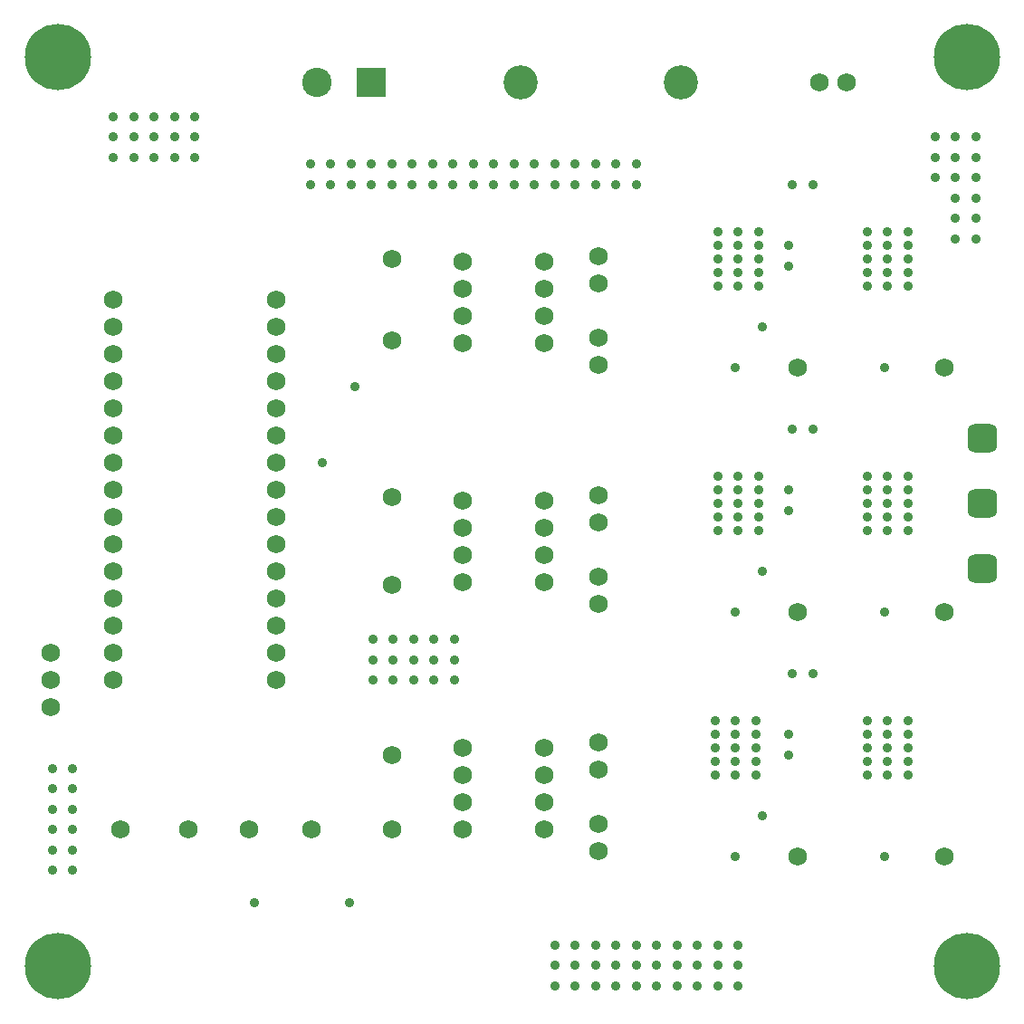
<source format=gbs>
G04*
G04 #@! TF.GenerationSoftware,Altium Limited,Altium Designer,21.0.8 (223)*
G04*
G04 Layer_Color=16711935*
%FSLAX25Y25*%
%MOIN*%
G70*
G04*
G04 #@! TF.SameCoordinates,9A741BFF-CE4B-45F5-BAAB-659130A2A11A*
G04*
G04*
G04 #@! TF.FilePolarity,Negative*
G04*
G01*
G75*
%ADD26C,0.06800*%
G04:AMPARAMS|DCode=27|XSize=108mil|YSize=108mil|CornerRadius=29mil|HoleSize=0mil|Usage=FLASHONLY|Rotation=0.000|XOffset=0mil|YOffset=0mil|HoleType=Round|Shape=RoundedRectangle|*
%AMROUNDEDRECTD27*
21,1,0.10800,0.05000,0,0,0.0*
21,1,0.05000,0.10800,0,0,0.0*
1,1,0.05800,0.02500,-0.02500*
1,1,0.05800,-0.02500,-0.02500*
1,1,0.05800,-0.02500,0.02500*
1,1,0.05800,0.02500,0.02500*
%
%ADD27ROUNDEDRECTD27*%
%ADD28C,0.12611*%
%ADD29C,0.10800*%
%ADD30R,0.10800X0.10800*%
%ADD31C,0.03556*%
%ADD32C,0.24422*%
D26*
X113000Y70000D02*
D03*
X90000D02*
D03*
X67500D02*
D03*
X42500D02*
D03*
X142500D02*
D03*
Y97500D02*
D03*
Y160000D02*
D03*
Y192500D02*
D03*
Y250000D02*
D03*
Y280000D02*
D03*
X292000Y240000D02*
D03*
X346000D02*
D03*
Y150000D02*
D03*
Y60000D02*
D03*
X292000Y150000D02*
D03*
Y60000D02*
D03*
X218500Y72000D02*
D03*
Y62000D02*
D03*
Y102000D02*
D03*
Y92000D02*
D03*
X168500Y70000D02*
D03*
Y80000D02*
D03*
Y90000D02*
D03*
Y100000D02*
D03*
X198500Y70000D02*
D03*
Y80000D02*
D03*
Y90000D02*
D03*
Y100000D02*
D03*
X168500Y161000D02*
D03*
Y171000D02*
D03*
Y181000D02*
D03*
Y191000D02*
D03*
X198500Y161000D02*
D03*
Y171000D02*
D03*
Y181000D02*
D03*
Y191000D02*
D03*
X218500Y193000D02*
D03*
Y183000D02*
D03*
Y163000D02*
D03*
Y153000D02*
D03*
X168500Y249000D02*
D03*
Y259000D02*
D03*
Y269000D02*
D03*
Y279000D02*
D03*
X198500Y249000D02*
D03*
Y259000D02*
D03*
Y269000D02*
D03*
Y279000D02*
D03*
X218500Y281000D02*
D03*
Y271000D02*
D03*
Y251000D02*
D03*
Y241000D02*
D03*
X100000Y265000D02*
D03*
Y255000D02*
D03*
Y245000D02*
D03*
Y235000D02*
D03*
Y225000D02*
D03*
Y215000D02*
D03*
Y205000D02*
D03*
Y195000D02*
D03*
Y185000D02*
D03*
Y175000D02*
D03*
Y165000D02*
D03*
Y155000D02*
D03*
Y145000D02*
D03*
Y135000D02*
D03*
Y125000D02*
D03*
X40000Y265000D02*
D03*
Y255000D02*
D03*
Y245000D02*
D03*
Y235000D02*
D03*
Y225000D02*
D03*
Y215000D02*
D03*
Y205000D02*
D03*
Y195000D02*
D03*
Y185000D02*
D03*
Y175000D02*
D03*
Y165000D02*
D03*
Y155000D02*
D03*
Y145000D02*
D03*
Y135000D02*
D03*
Y125000D02*
D03*
X300000Y345000D02*
D03*
X310000D02*
D03*
X17000Y135000D02*
D03*
Y125000D02*
D03*
Y115000D02*
D03*
D27*
X360000Y166000D02*
D03*
Y190000D02*
D03*
Y214000D02*
D03*
D28*
X190000Y345000D02*
D03*
X249055D02*
D03*
D29*
X115000D02*
D03*
D30*
X135000D02*
D03*
D31*
X277500Y185000D02*
D03*
Y190000D02*
D03*
Y195000D02*
D03*
X270000Y200000D02*
D03*
Y195000D02*
D03*
Y185000D02*
D03*
X270000Y180000D02*
D03*
X262500Y185000D02*
D03*
Y190000D02*
D03*
Y195000D02*
D03*
Y180000D02*
D03*
Y200000D02*
D03*
X270000Y190000D02*
D03*
X325000Y280000D02*
D03*
Y190000D02*
D03*
Y100000D02*
D03*
X269000D02*
D03*
X270000Y280000D02*
D03*
X317500Y290000D02*
D03*
Y285000D02*
D03*
Y280000D02*
D03*
Y275000D02*
D03*
Y270000D02*
D03*
X332500D02*
D03*
Y275000D02*
D03*
Y280000D02*
D03*
Y285000D02*
D03*
Y290000D02*
D03*
X325000D02*
D03*
Y285000D02*
D03*
Y275000D02*
D03*
Y270000D02*
D03*
X262500Y290000D02*
D03*
Y285000D02*
D03*
Y280000D02*
D03*
Y275000D02*
D03*
Y270000D02*
D03*
X277500D02*
D03*
Y275000D02*
D03*
Y280000D02*
D03*
Y285000D02*
D03*
Y290000D02*
D03*
X270000D02*
D03*
Y285000D02*
D03*
Y275000D02*
D03*
Y270000D02*
D03*
X277500Y180000D02*
D03*
Y200000D02*
D03*
X317500D02*
D03*
Y195000D02*
D03*
Y190000D02*
D03*
Y185000D02*
D03*
Y180000D02*
D03*
X332500D02*
D03*
Y185000D02*
D03*
Y190000D02*
D03*
Y195000D02*
D03*
Y200000D02*
D03*
X325000D02*
D03*
Y195000D02*
D03*
Y185000D02*
D03*
Y180000D02*
D03*
X276500Y90000D02*
D03*
X269000Y95000D02*
D03*
X276500Y100000D02*
D03*
Y95000D02*
D03*
X261500Y105000D02*
D03*
X269000Y110000D02*
D03*
Y105000D02*
D03*
X288618Y97475D02*
D03*
X276500Y110000D02*
D03*
X269000Y90000D02*
D03*
X261500Y100000D02*
D03*
Y110000D02*
D03*
X276500Y105000D02*
D03*
X261500Y90000D02*
D03*
Y95000D02*
D03*
X288500Y105000D02*
D03*
X317500Y110000D02*
D03*
Y105000D02*
D03*
Y100000D02*
D03*
Y95000D02*
D03*
Y90000D02*
D03*
X332500D02*
D03*
Y95000D02*
D03*
Y100000D02*
D03*
Y105000D02*
D03*
Y110000D02*
D03*
X325000D02*
D03*
Y105000D02*
D03*
Y95000D02*
D03*
Y90000D02*
D03*
X142500Y315000D02*
D03*
X120000D02*
D03*
X135000D02*
D03*
X127500D02*
D03*
X150000D02*
D03*
X112500D02*
D03*
X255000Y20000D02*
D03*
X262500D02*
D03*
X270000D02*
D03*
X255000Y27500D02*
D03*
X262500D02*
D03*
X270000D02*
D03*
X240000D02*
D03*
Y20000D02*
D03*
Y12500D02*
D03*
X247500Y27500D02*
D03*
Y20000D02*
D03*
Y12500D02*
D03*
X270000D02*
D03*
X262500D02*
D03*
X255000D02*
D03*
X29500Y20000D02*
D03*
X27000Y26000D02*
D03*
X11500Y13500D02*
D03*
X27000Y13000D02*
D03*
X19500Y29500D02*
D03*
Y9500D02*
D03*
X9500Y20000D02*
D03*
X12500Y26500D02*
D03*
X364500Y20000D02*
D03*
X362000Y26000D02*
D03*
X346500Y13500D02*
D03*
X362000Y13000D02*
D03*
X354500Y29500D02*
D03*
Y9500D02*
D03*
X344500Y20000D02*
D03*
X347500Y26500D02*
D03*
X364500Y354500D02*
D03*
X362000Y360500D02*
D03*
X346500Y348000D02*
D03*
X362000Y347500D02*
D03*
X354500Y364000D02*
D03*
Y344000D02*
D03*
X344500Y354500D02*
D03*
X347500Y361000D02*
D03*
X12500Y361500D02*
D03*
X9500Y355000D02*
D03*
X19500Y344500D02*
D03*
Y364500D02*
D03*
X27000Y348000D02*
D03*
X11500Y348500D02*
D03*
X27000Y361000D02*
D03*
X29500Y355000D02*
D03*
X187500Y315000D02*
D03*
X165000D02*
D03*
X157500D02*
D03*
X180000D02*
D03*
X172500D02*
D03*
X210000D02*
D03*
X202500D02*
D03*
X195000D02*
D03*
X232500D02*
D03*
X225000D02*
D03*
X217500D02*
D03*
X232500Y307500D02*
D03*
X165000D02*
D03*
X157500D02*
D03*
X150000D02*
D03*
X187500D02*
D03*
X180000D02*
D03*
X172500D02*
D03*
X210000D02*
D03*
X202500D02*
D03*
X195000D02*
D03*
X225000D02*
D03*
X217500D02*
D03*
X120000D02*
D03*
X142500D02*
D03*
X135000D02*
D03*
X127500D02*
D03*
X40000Y317500D02*
D03*
X112500Y307500D02*
D03*
X47500Y317500D02*
D03*
X55000D02*
D03*
X70000D02*
D03*
X62500D02*
D03*
X40000Y325000D02*
D03*
Y332500D02*
D03*
X47500D02*
D03*
Y325000D02*
D03*
X55000D02*
D03*
X62500D02*
D03*
X70000D02*
D03*
X55000Y332500D02*
D03*
X62500D02*
D03*
X70000D02*
D03*
X357500Y287500D02*
D03*
X350000D02*
D03*
Y295000D02*
D03*
X357500D02*
D03*
X350000Y302500D02*
D03*
X357500D02*
D03*
X342500Y325000D02*
D03*
X357500Y317500D02*
D03*
X342500D02*
D03*
X350000D02*
D03*
Y325000D02*
D03*
X342500Y310000D02*
D03*
X350000D02*
D03*
X357500D02*
D03*
Y325000D02*
D03*
X117000Y205000D02*
D03*
X92000Y43000D02*
D03*
X127000D02*
D03*
X129000Y233000D02*
D03*
X25000Y55000D02*
D03*
Y62500D02*
D03*
Y70000D02*
D03*
X17500Y55000D02*
D03*
Y62500D02*
D03*
Y70000D02*
D03*
X217500Y12500D02*
D03*
X225000D02*
D03*
X232500D02*
D03*
X150500Y125000D02*
D03*
X158000D02*
D03*
X165500D02*
D03*
X297500Y307500D02*
D03*
X290000D02*
D03*
X288500Y277500D02*
D03*
Y285000D02*
D03*
Y187500D02*
D03*
Y195000D02*
D03*
X290000Y217500D02*
D03*
X297500D02*
D03*
Y127500D02*
D03*
X290000D02*
D03*
X210000Y12500D02*
D03*
Y20000D02*
D03*
Y27500D02*
D03*
X202500Y12500D02*
D03*
Y20000D02*
D03*
Y27500D02*
D03*
X232500D02*
D03*
X225000D02*
D03*
X217500D02*
D03*
X232500Y20000D02*
D03*
X225000D02*
D03*
X217500D02*
D03*
X150500Y132500D02*
D03*
X158000D02*
D03*
X165500D02*
D03*
X150500Y140000D02*
D03*
X158000D02*
D03*
X165500D02*
D03*
X135500D02*
D03*
Y132500D02*
D03*
Y125000D02*
D03*
X143000Y140000D02*
D03*
Y132500D02*
D03*
Y125000D02*
D03*
X25000Y77500D02*
D03*
Y85000D02*
D03*
Y92500D02*
D03*
X17500Y77500D02*
D03*
Y85000D02*
D03*
Y92500D02*
D03*
X324000Y60000D02*
D03*
X269000D02*
D03*
Y150000D02*
D03*
X324000D02*
D03*
Y240000D02*
D03*
X269000D02*
D03*
X279000Y75000D02*
D03*
Y165000D02*
D03*
Y255000D02*
D03*
D32*
X19500Y354500D02*
D03*
X354331Y354331D02*
D03*
Y19685D02*
D03*
X19685D02*
D03*
M02*

</source>
